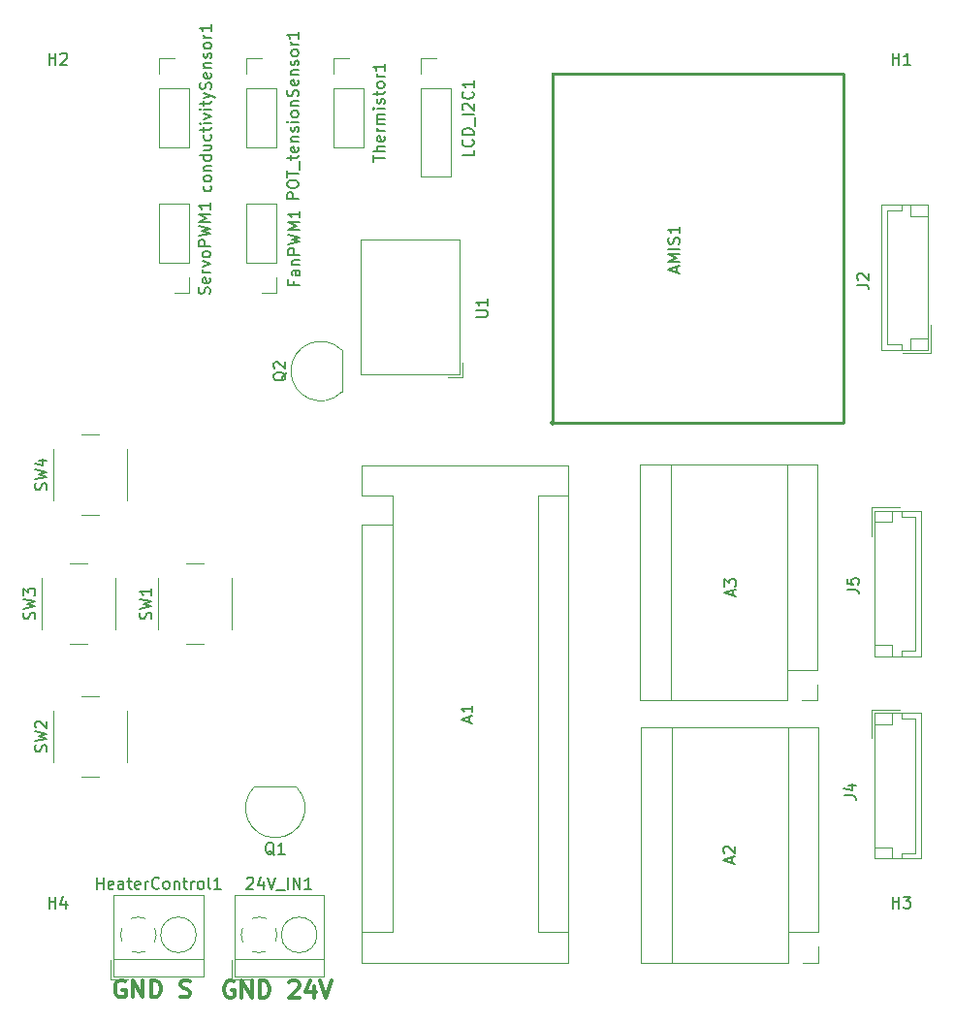
<source format=gbr>
%TF.GenerationSoftware,KiCad,Pcbnew,(5.1.9)-1*%
%TF.CreationDate,2021-11-28T22:55:22-05:00*%
%TF.ProjectId,FilamentFactoryBoard,46696c61-6d65-46e7-9446-6163746f7279,rev?*%
%TF.SameCoordinates,Original*%
%TF.FileFunction,Legend,Top*%
%TF.FilePolarity,Positive*%
%FSLAX46Y46*%
G04 Gerber Fmt 4.6, Leading zero omitted, Abs format (unit mm)*
G04 Created by KiCad (PCBNEW (5.1.9)-1) date 2021-11-28 22:55:22*
%MOMM*%
%LPD*%
G01*
G04 APERTURE LIST*
%ADD10C,0.300000*%
%ADD11C,0.120000*%
%ADD12C,0.225805*%
%ADD13C,0.150000*%
G04 APERTURE END LIST*
D10*
X251585885Y-112280000D02*
X251443028Y-112208571D01*
X251228742Y-112208571D01*
X251014457Y-112280000D01*
X250871600Y-112422857D01*
X250800171Y-112565714D01*
X250728742Y-112851428D01*
X250728742Y-113065714D01*
X250800171Y-113351428D01*
X250871600Y-113494285D01*
X251014457Y-113637142D01*
X251228742Y-113708571D01*
X251371600Y-113708571D01*
X251585885Y-113637142D01*
X251657314Y-113565714D01*
X251657314Y-113065714D01*
X251371600Y-113065714D01*
X252300171Y-113708571D02*
X252300171Y-112208571D01*
X253157314Y-113708571D01*
X253157314Y-112208571D01*
X253871600Y-113708571D02*
X253871600Y-112208571D01*
X254228742Y-112208571D01*
X254443028Y-112280000D01*
X254585885Y-112422857D01*
X254657314Y-112565714D01*
X254728742Y-112851428D01*
X254728742Y-113065714D01*
X254657314Y-113351428D01*
X254585885Y-113494285D01*
X254443028Y-113637142D01*
X254228742Y-113708571D01*
X253871600Y-113708571D01*
X256443028Y-112351428D02*
X256514457Y-112280000D01*
X256657314Y-112208571D01*
X257014457Y-112208571D01*
X257157314Y-112280000D01*
X257228742Y-112351428D01*
X257300171Y-112494285D01*
X257300171Y-112637142D01*
X257228742Y-112851428D01*
X256371600Y-113708571D01*
X257300171Y-113708571D01*
X258585885Y-112708571D02*
X258585885Y-113708571D01*
X258228742Y-112137142D02*
X257871600Y-113208571D01*
X258800171Y-113208571D01*
X259157314Y-112208571D02*
X259657314Y-113708571D01*
X260157314Y-112208571D01*
X242071828Y-112229200D02*
X241928971Y-112157771D01*
X241714685Y-112157771D01*
X241500400Y-112229200D01*
X241357542Y-112372057D01*
X241286114Y-112514914D01*
X241214685Y-112800628D01*
X241214685Y-113014914D01*
X241286114Y-113300628D01*
X241357542Y-113443485D01*
X241500400Y-113586342D01*
X241714685Y-113657771D01*
X241857542Y-113657771D01*
X242071828Y-113586342D01*
X242143257Y-113514914D01*
X242143257Y-113014914D01*
X241857542Y-113014914D01*
X242786114Y-113657771D02*
X242786114Y-112157771D01*
X243643257Y-113657771D01*
X243643257Y-112157771D01*
X244357542Y-113657771D02*
X244357542Y-112157771D01*
X244714685Y-112157771D01*
X244928971Y-112229200D01*
X245071828Y-112372057D01*
X245143257Y-112514914D01*
X245214685Y-112800628D01*
X245214685Y-113014914D01*
X245143257Y-113300628D01*
X245071828Y-113443485D01*
X244928971Y-113586342D01*
X244714685Y-113657771D01*
X244357542Y-113657771D01*
X246928971Y-113586342D02*
X247143257Y-113657771D01*
X247500400Y-113657771D01*
X247643257Y-113586342D01*
X247714685Y-113514914D01*
X247786114Y-113372057D01*
X247786114Y-113229200D01*
X247714685Y-113086342D01*
X247643257Y-113014914D01*
X247500400Y-112943485D01*
X247214685Y-112872057D01*
X247071828Y-112800628D01*
X247000400Y-112729200D01*
X246928971Y-112586342D01*
X246928971Y-112443485D01*
X247000400Y-112300628D01*
X247071828Y-112229200D01*
X247214685Y-112157771D01*
X247571828Y-112157771D01*
X247786114Y-112229200D01*
D11*
%TO.C,Q2*%
X261031600Y-60778800D02*
X261031600Y-57178800D01*
X261020078Y-57140322D02*
G75*
G03*
X256581600Y-58978800I-1838478J-1838478D01*
G01*
X261020078Y-60817278D02*
G75*
G02*
X256581600Y-58978800I-1838478J1838478D01*
G01*
%TO.C,Q1*%
X257019200Y-95279600D02*
X253419200Y-95279600D01*
X253380722Y-95291122D02*
G75*
G03*
X255219200Y-99729600I1838478J-1838478D01*
G01*
X257057678Y-95291122D02*
G75*
G02*
X255219200Y-99729600I-1838478J-1838478D01*
G01*
%TO.C,SW2*%
X242300000Y-93130000D02*
X242300000Y-88630000D01*
X238300000Y-94380000D02*
X239800000Y-94380000D01*
X235800000Y-88630000D02*
X235800000Y-93130000D01*
X239800000Y-87380000D02*
X238300000Y-87380000D01*
%TO.C,A1*%
X265430000Y-72390000D02*
X265430000Y-69850000D01*
X265430000Y-69850000D02*
X262760000Y-69850000D01*
X262760000Y-72390000D02*
X262760000Y-110620000D01*
X262760000Y-67180000D02*
X262760000Y-69850000D01*
X278130000Y-69850000D02*
X280800000Y-69850000D01*
X278130000Y-69850000D02*
X278130000Y-107950000D01*
X278130000Y-107950000D02*
X280800000Y-107950000D01*
X265430000Y-72390000D02*
X262760000Y-72390000D01*
X265430000Y-72390000D02*
X265430000Y-107950000D01*
X265430000Y-107950000D02*
X262760000Y-107950000D01*
X262760000Y-110620000D02*
X280800000Y-110620000D01*
X280800000Y-110620000D02*
X280800000Y-67180000D01*
X280800000Y-67180000D02*
X262760000Y-67180000D01*
%TO.C,AMIS1*%
X279340000Y-32960000D02*
X280670000Y-32960000D01*
X279340000Y-34290000D02*
X279340000Y-32960000D01*
X279340000Y-35560000D02*
X279340000Y-63560000D01*
X279340000Y-63560000D02*
X282000000Y-63560000D01*
D12*
X279490200Y-63504500D02*
G75*
G03*
X279490200Y-63504500I-76200J0D01*
G01*
X279477500Y-63504500D02*
G75*
G03*
X279477500Y-63504500I-63500J0D01*
G01*
X279541000Y-63504500D02*
G75*
G03*
X279541000Y-63504500I-127000J0D01*
G01*
X279414000Y-63504500D02*
X304814000Y-63504500D01*
X304814000Y-63504500D02*
X304814000Y-33024500D01*
X279414000Y-33024500D02*
X304814000Y-33024500D01*
X279414000Y-63504500D02*
X279414000Y-33024500D01*
D11*
%TO.C,HeaterControl1*%
X240861000Y-112104000D02*
X242361000Y-112104000D01*
X240861000Y-110364000D02*
X240861000Y-112104000D01*
X248921000Y-104744000D02*
X248921000Y-111864000D01*
X241101000Y-104744000D02*
X241101000Y-111864000D01*
X241101000Y-111864000D02*
X248921000Y-111864000D01*
X241101000Y-104744000D02*
X248921000Y-104744000D01*
X241101000Y-110304000D02*
X248921000Y-110304000D01*
X248316000Y-108204000D02*
G75*
G03*
X248316000Y-108204000I-1555000J0D01*
G01*
X243288011Y-109759492D02*
G75*
G02*
X242653000Y-109636000I-27011J1555492D01*
G01*
X241828891Y-108811742D02*
G75*
G02*
X241829000Y-107596000I1432109J607742D01*
G01*
X242653258Y-106771891D02*
G75*
G02*
X243869000Y-106772000I607742J-1432109D01*
G01*
X244693109Y-107596258D02*
G75*
G02*
X244693000Y-108812000I-1432109J-607742D01*
G01*
X243868587Y-109635385D02*
G75*
G02*
X243261000Y-109759000I-607587J1431385D01*
G01*
%TO.C,J5*%
X307270000Y-70870000D02*
X307270000Y-73370000D01*
X309770000Y-70870000D02*
X307270000Y-70870000D01*
X309070000Y-82890000D02*
X307570000Y-82890000D01*
X309070000Y-83890000D02*
X309070000Y-82890000D01*
X309070000Y-72170000D02*
X307570000Y-72170000D01*
X309070000Y-71170000D02*
X309070000Y-72170000D01*
X309880000Y-83390000D02*
X309880000Y-83890000D01*
X311090000Y-83390000D02*
X309880000Y-83390000D01*
X311090000Y-71670000D02*
X311090000Y-83390000D01*
X309880000Y-71670000D02*
X311090000Y-71670000D01*
X309880000Y-71170000D02*
X309880000Y-71670000D01*
X311590000Y-83890000D02*
X311590000Y-71170000D01*
X307570000Y-83890000D02*
X311590000Y-83890000D01*
X307570000Y-71170000D02*
X307570000Y-83890000D01*
X311590000Y-71170000D02*
X307570000Y-71170000D01*
%TO.C,24V_IN1*%
X251402000Y-112104000D02*
X252902000Y-112104000D01*
X251402000Y-110364000D02*
X251402000Y-112104000D01*
X259462000Y-104744000D02*
X259462000Y-111864000D01*
X251642000Y-104744000D02*
X251642000Y-111864000D01*
X251642000Y-111864000D02*
X259462000Y-111864000D01*
X251642000Y-104744000D02*
X259462000Y-104744000D01*
X251642000Y-110304000D02*
X259462000Y-110304000D01*
X258857000Y-108204000D02*
G75*
G03*
X258857000Y-108204000I-1555000J0D01*
G01*
X253829011Y-109759492D02*
G75*
G02*
X253194000Y-109636000I-27011J1555492D01*
G01*
X252369891Y-108811742D02*
G75*
G02*
X252370000Y-107596000I1432109J607742D01*
G01*
X253194258Y-106771891D02*
G75*
G02*
X254410000Y-106772000I607742J-1432109D01*
G01*
X255234109Y-107596258D02*
G75*
G02*
X255234000Y-108812000I-1432109J-607742D01*
G01*
X254409587Y-109635385D02*
G75*
G02*
X253802000Y-109759000I-607587J1431385D01*
G01*
%TO.C,J2*%
X312490000Y-57440000D02*
X312490000Y-54940000D01*
X309990000Y-57440000D02*
X312490000Y-57440000D01*
X310690000Y-45420000D02*
X312190000Y-45420000D01*
X310690000Y-44420000D02*
X310690000Y-45420000D01*
X310690000Y-56140000D02*
X312190000Y-56140000D01*
X310690000Y-57140000D02*
X310690000Y-56140000D01*
X309880000Y-44920000D02*
X309880000Y-44420000D01*
X308670000Y-44920000D02*
X309880000Y-44920000D01*
X308670000Y-56640000D02*
X308670000Y-44920000D01*
X309880000Y-56640000D02*
X308670000Y-56640000D01*
X309880000Y-57140000D02*
X309880000Y-56640000D01*
X308170000Y-44420000D02*
X308170000Y-57140000D01*
X312190000Y-44420000D02*
X308170000Y-44420000D01*
X312190000Y-57140000D02*
X312190000Y-44420000D01*
X308170000Y-57140000D02*
X312190000Y-57140000D01*
%TO.C,U1*%
X271540000Y-59491000D02*
X271540000Y-58251000D01*
X270300000Y-59491000D02*
X271540000Y-59491000D01*
X262680000Y-47530000D02*
X271300000Y-47530000D01*
X262680000Y-59251000D02*
X271300000Y-59251000D01*
X271300000Y-59251000D02*
X271300000Y-47530000D01*
X262680000Y-59251000D02*
X262680000Y-47530000D01*
%TO.C,SW4*%
X242300000Y-70270000D02*
X242300000Y-65770000D01*
X238300000Y-71520000D02*
X239800000Y-71520000D01*
X235800000Y-65770000D02*
X235800000Y-70270000D01*
X239800000Y-64520000D02*
X238300000Y-64520000D01*
%TO.C,SW3*%
X241284000Y-81550000D02*
X241284000Y-77050000D01*
X237284000Y-82800000D02*
X238784000Y-82800000D01*
X234784000Y-77050000D02*
X234784000Y-81550000D01*
X238784000Y-75800000D02*
X237284000Y-75800000D01*
%TO.C,SW1*%
X251444000Y-81550000D02*
X251444000Y-77050000D01*
X247444000Y-82800000D02*
X248944000Y-82800000D01*
X244944000Y-77050000D02*
X244944000Y-81550000D01*
X248944000Y-75800000D02*
X247444000Y-75800000D01*
%TO.C,Thermistor1*%
X260290000Y-39430000D02*
X262950000Y-39430000D01*
X260290000Y-34290000D02*
X260290000Y-39430000D01*
X262950000Y-34290000D02*
X262950000Y-39430000D01*
X260290000Y-34290000D02*
X262950000Y-34290000D01*
X260290000Y-33020000D02*
X260290000Y-31690000D01*
X260290000Y-31690000D02*
X261620000Y-31690000D01*
%TO.C,ServoPWM1*%
X247710000Y-44390000D02*
X245050000Y-44390000D01*
X247710000Y-49530000D02*
X247710000Y-44390000D01*
X245050000Y-49530000D02*
X245050000Y-44390000D01*
X247710000Y-49530000D02*
X245050000Y-49530000D01*
X247710000Y-50800000D02*
X247710000Y-52130000D01*
X247710000Y-52130000D02*
X246380000Y-52130000D01*
%TO.C,POT_tensionSensor1*%
X252670000Y-39430000D02*
X255330000Y-39430000D01*
X252670000Y-34290000D02*
X252670000Y-39430000D01*
X255330000Y-34290000D02*
X255330000Y-39430000D01*
X252670000Y-34290000D02*
X255330000Y-34290000D01*
X252670000Y-33020000D02*
X252670000Y-31690000D01*
X252670000Y-31690000D02*
X254000000Y-31690000D01*
%TO.C,LCD_I2C1*%
X267910000Y-41970000D02*
X270570000Y-41970000D01*
X267910000Y-34290000D02*
X267910000Y-41970000D01*
X270570000Y-34290000D02*
X270570000Y-41970000D01*
X267910000Y-34290000D02*
X270570000Y-34290000D01*
X267910000Y-33020000D02*
X267910000Y-31690000D01*
X267910000Y-31690000D02*
X269240000Y-31690000D01*
%TO.C,J4*%
X311590000Y-88830000D02*
X307570000Y-88830000D01*
X307570000Y-88830000D02*
X307570000Y-101550000D01*
X307570000Y-101550000D02*
X311590000Y-101550000D01*
X311590000Y-101550000D02*
X311590000Y-88830000D01*
X309880000Y-88830000D02*
X309880000Y-89330000D01*
X309880000Y-89330000D02*
X311090000Y-89330000D01*
X311090000Y-89330000D02*
X311090000Y-101050000D01*
X311090000Y-101050000D02*
X309880000Y-101050000D01*
X309880000Y-101050000D02*
X309880000Y-101550000D01*
X309070000Y-88830000D02*
X309070000Y-89830000D01*
X309070000Y-89830000D02*
X307570000Y-89830000D01*
X309070000Y-101550000D02*
X309070000Y-100550000D01*
X309070000Y-100550000D02*
X307570000Y-100550000D01*
X309770000Y-88530000D02*
X307270000Y-88530000D01*
X307270000Y-88530000D02*
X307270000Y-91030000D01*
%TO.C,FanPWM1*%
X255330000Y-44390000D02*
X252670000Y-44390000D01*
X255330000Y-49530000D02*
X255330000Y-44390000D01*
X252670000Y-49530000D02*
X252670000Y-44390000D01*
X255330000Y-49530000D02*
X252670000Y-49530000D01*
X255330000Y-50800000D02*
X255330000Y-52130000D01*
X255330000Y-52130000D02*
X254000000Y-52130000D01*
%TO.C,conductivitySensor1*%
X245050000Y-39430000D02*
X247710000Y-39430000D01*
X245050000Y-34290000D02*
X245050000Y-39430000D01*
X247710000Y-34290000D02*
X247710000Y-39430000D01*
X245050000Y-34290000D02*
X247710000Y-34290000D01*
X245050000Y-33020000D02*
X245050000Y-31690000D01*
X245050000Y-31690000D02*
X246380000Y-31690000D01*
%TO.C,A3*%
X289731000Y-87739000D02*
X289731000Y-67159000D01*
X299891000Y-85069000D02*
X299891000Y-67159000D01*
X301161000Y-87739000D02*
X302561000Y-87739000D01*
X302561000Y-87739000D02*
X302561000Y-86339000D01*
X299891000Y-87739000D02*
X299891000Y-85069000D01*
X299891000Y-85069000D02*
X302561000Y-85069000D01*
X302561000Y-85069000D02*
X302561000Y-67159000D01*
X302561000Y-67159000D02*
X287061000Y-67159000D01*
X287061000Y-67159000D02*
X287061000Y-87739000D01*
X287061000Y-87739000D02*
X299891000Y-87739000D01*
%TO.C,A2*%
X289814000Y-110620000D02*
X289814000Y-90040000D01*
X299974000Y-107950000D02*
X299974000Y-90040000D01*
X301244000Y-110620000D02*
X302644000Y-110620000D01*
X302644000Y-110620000D02*
X302644000Y-109220000D01*
X299974000Y-110620000D02*
X299974000Y-107950000D01*
X299974000Y-107950000D02*
X302644000Y-107950000D01*
X302644000Y-107950000D02*
X302644000Y-90040000D01*
X302644000Y-90040000D02*
X287144000Y-90040000D01*
X287144000Y-90040000D02*
X287144000Y-110620000D01*
X287144000Y-110620000D02*
X299974000Y-110620000D01*
%TO.C,Q2*%
D13*
X256169219Y-59074038D02*
X256121600Y-59169276D01*
X256026361Y-59264514D01*
X255883504Y-59407371D01*
X255835885Y-59502609D01*
X255835885Y-59597847D01*
X256073980Y-59550228D02*
X256026361Y-59645466D01*
X255931123Y-59740704D01*
X255740647Y-59788323D01*
X255407314Y-59788323D01*
X255216838Y-59740704D01*
X255121600Y-59645466D01*
X255073980Y-59550228D01*
X255073980Y-59359752D01*
X255121600Y-59264514D01*
X255216838Y-59169276D01*
X255407314Y-59121657D01*
X255740647Y-59121657D01*
X255931123Y-59169276D01*
X256026361Y-59264514D01*
X256073980Y-59359752D01*
X256073980Y-59550228D01*
X255169219Y-58740704D02*
X255121600Y-58693085D01*
X255073980Y-58597847D01*
X255073980Y-58359752D01*
X255121600Y-58264514D01*
X255169219Y-58216895D01*
X255264457Y-58169276D01*
X255359695Y-58169276D01*
X255502552Y-58216895D01*
X256073980Y-58788323D01*
X256073980Y-58169276D01*
%TO.C,Q1*%
X255123961Y-101237219D02*
X255028723Y-101189600D01*
X254933485Y-101094361D01*
X254790628Y-100951504D01*
X254695390Y-100903885D01*
X254600152Y-100903885D01*
X254647771Y-101141980D02*
X254552533Y-101094361D01*
X254457295Y-100999123D01*
X254409676Y-100808647D01*
X254409676Y-100475314D01*
X254457295Y-100284838D01*
X254552533Y-100189600D01*
X254647771Y-100141980D01*
X254838247Y-100141980D01*
X254933485Y-100189600D01*
X255028723Y-100284838D01*
X255076342Y-100475314D01*
X255076342Y-100808647D01*
X255028723Y-100999123D01*
X254933485Y-101094361D01*
X254838247Y-101141980D01*
X254647771Y-101141980D01*
X256028723Y-101141980D02*
X255457295Y-101141980D01*
X255743009Y-101141980D02*
X255743009Y-100141980D01*
X255647771Y-100284838D01*
X255552533Y-100380076D01*
X255457295Y-100427695D01*
%TO.C,SW2*%
X235204761Y-92213333D02*
X235252380Y-92070476D01*
X235252380Y-91832380D01*
X235204761Y-91737142D01*
X235157142Y-91689523D01*
X235061904Y-91641904D01*
X234966666Y-91641904D01*
X234871428Y-91689523D01*
X234823809Y-91737142D01*
X234776190Y-91832380D01*
X234728571Y-92022857D01*
X234680952Y-92118095D01*
X234633333Y-92165714D01*
X234538095Y-92213333D01*
X234442857Y-92213333D01*
X234347619Y-92165714D01*
X234300000Y-92118095D01*
X234252380Y-92022857D01*
X234252380Y-91784761D01*
X234300000Y-91641904D01*
X234252380Y-91308571D02*
X235252380Y-91070476D01*
X234538095Y-90880000D01*
X235252380Y-90689523D01*
X234252380Y-90451428D01*
X234347619Y-90118095D02*
X234300000Y-90070476D01*
X234252380Y-89975238D01*
X234252380Y-89737142D01*
X234300000Y-89641904D01*
X234347619Y-89594285D01*
X234442857Y-89546666D01*
X234538095Y-89546666D01*
X234680952Y-89594285D01*
X235252380Y-90165714D01*
X235252380Y-89546666D01*
%TO.C,A1*%
X272149866Y-89614285D02*
X272149866Y-89138095D01*
X272435580Y-89709523D02*
X271435580Y-89376190D01*
X272435580Y-89042857D01*
X272435580Y-88185714D02*
X272435580Y-88757142D01*
X272435580Y-88471428D02*
X271435580Y-88471428D01*
X271578438Y-88566666D01*
X271673676Y-88661904D01*
X271721295Y-88757142D01*
%TO.C,AMIS1*%
X290234666Y-50361600D02*
X290234666Y-49885409D01*
X290520380Y-50456838D02*
X289520380Y-50123504D01*
X290520380Y-49790171D01*
X290520380Y-49456838D02*
X289520380Y-49456838D01*
X290234666Y-49123504D01*
X289520380Y-48790171D01*
X290520380Y-48790171D01*
X290520380Y-48313980D02*
X289520380Y-48313980D01*
X290472761Y-47885409D02*
X290520380Y-47742552D01*
X290520380Y-47504457D01*
X290472761Y-47409219D01*
X290425142Y-47361600D01*
X290329904Y-47313980D01*
X290234666Y-47313980D01*
X290139428Y-47361600D01*
X290091809Y-47409219D01*
X290044190Y-47504457D01*
X289996571Y-47694933D01*
X289948952Y-47790171D01*
X289901333Y-47837790D01*
X289806095Y-47885409D01*
X289710857Y-47885409D01*
X289615619Y-47837790D01*
X289568000Y-47790171D01*
X289520380Y-47694933D01*
X289520380Y-47456838D01*
X289568000Y-47313980D01*
X290520380Y-46361600D02*
X290520380Y-46933028D01*
X290520380Y-46647314D02*
X289520380Y-46647314D01*
X289663238Y-46742552D01*
X289758476Y-46837790D01*
X289806095Y-46933028D01*
%TO.C,HeaterControl1*%
X239630047Y-104196380D02*
X239630047Y-103196380D01*
X239630047Y-103672571D02*
X240201476Y-103672571D01*
X240201476Y-104196380D02*
X240201476Y-103196380D01*
X241058619Y-104148761D02*
X240963380Y-104196380D01*
X240772904Y-104196380D01*
X240677666Y-104148761D01*
X240630047Y-104053523D01*
X240630047Y-103672571D01*
X240677666Y-103577333D01*
X240772904Y-103529714D01*
X240963380Y-103529714D01*
X241058619Y-103577333D01*
X241106238Y-103672571D01*
X241106238Y-103767809D01*
X240630047Y-103863047D01*
X241963380Y-104196380D02*
X241963380Y-103672571D01*
X241915761Y-103577333D01*
X241820523Y-103529714D01*
X241630047Y-103529714D01*
X241534809Y-103577333D01*
X241963380Y-104148761D02*
X241868142Y-104196380D01*
X241630047Y-104196380D01*
X241534809Y-104148761D01*
X241487190Y-104053523D01*
X241487190Y-103958285D01*
X241534809Y-103863047D01*
X241630047Y-103815428D01*
X241868142Y-103815428D01*
X241963380Y-103767809D01*
X242296714Y-103529714D02*
X242677666Y-103529714D01*
X242439571Y-103196380D02*
X242439571Y-104053523D01*
X242487190Y-104148761D01*
X242582428Y-104196380D01*
X242677666Y-104196380D01*
X243391952Y-104148761D02*
X243296714Y-104196380D01*
X243106238Y-104196380D01*
X243011000Y-104148761D01*
X242963380Y-104053523D01*
X242963380Y-103672571D01*
X243011000Y-103577333D01*
X243106238Y-103529714D01*
X243296714Y-103529714D01*
X243391952Y-103577333D01*
X243439571Y-103672571D01*
X243439571Y-103767809D01*
X242963380Y-103863047D01*
X243868142Y-104196380D02*
X243868142Y-103529714D01*
X243868142Y-103720190D02*
X243915761Y-103624952D01*
X243963380Y-103577333D01*
X244058619Y-103529714D01*
X244153857Y-103529714D01*
X245058619Y-104101142D02*
X245011000Y-104148761D01*
X244868142Y-104196380D01*
X244772904Y-104196380D01*
X244630047Y-104148761D01*
X244534809Y-104053523D01*
X244487190Y-103958285D01*
X244439571Y-103767809D01*
X244439571Y-103624952D01*
X244487190Y-103434476D01*
X244534809Y-103339238D01*
X244630047Y-103244000D01*
X244772904Y-103196380D01*
X244868142Y-103196380D01*
X245011000Y-103244000D01*
X245058619Y-103291619D01*
X245630047Y-104196380D02*
X245534809Y-104148761D01*
X245487190Y-104101142D01*
X245439571Y-104005904D01*
X245439571Y-103720190D01*
X245487190Y-103624952D01*
X245534809Y-103577333D01*
X245630047Y-103529714D01*
X245772904Y-103529714D01*
X245868142Y-103577333D01*
X245915761Y-103624952D01*
X245963380Y-103720190D01*
X245963380Y-104005904D01*
X245915761Y-104101142D01*
X245868142Y-104148761D01*
X245772904Y-104196380D01*
X245630047Y-104196380D01*
X246391952Y-103529714D02*
X246391952Y-104196380D01*
X246391952Y-103624952D02*
X246439571Y-103577333D01*
X246534809Y-103529714D01*
X246677666Y-103529714D01*
X246772904Y-103577333D01*
X246820523Y-103672571D01*
X246820523Y-104196380D01*
X247153857Y-103529714D02*
X247534809Y-103529714D01*
X247296714Y-103196380D02*
X247296714Y-104053523D01*
X247344333Y-104148761D01*
X247439571Y-104196380D01*
X247534809Y-104196380D01*
X247868142Y-104196380D02*
X247868142Y-103529714D01*
X247868142Y-103720190D02*
X247915761Y-103624952D01*
X247963380Y-103577333D01*
X248058619Y-103529714D01*
X248153857Y-103529714D01*
X248630047Y-104196380D02*
X248534809Y-104148761D01*
X248487190Y-104101142D01*
X248439571Y-104005904D01*
X248439571Y-103720190D01*
X248487190Y-103624952D01*
X248534809Y-103577333D01*
X248630047Y-103529714D01*
X248772904Y-103529714D01*
X248868142Y-103577333D01*
X248915761Y-103624952D01*
X248963380Y-103720190D01*
X248963380Y-104005904D01*
X248915761Y-104101142D01*
X248868142Y-104148761D01*
X248772904Y-104196380D01*
X248630047Y-104196380D01*
X249534809Y-104196380D02*
X249439571Y-104148761D01*
X249391952Y-104053523D01*
X249391952Y-103196380D01*
X250439571Y-104196380D02*
X249868142Y-104196380D01*
X250153857Y-104196380D02*
X250153857Y-103196380D01*
X250058619Y-103339238D01*
X249963380Y-103434476D01*
X249868142Y-103482095D01*
%TO.C,J5*%
X305166780Y-78057333D02*
X305881066Y-78057333D01*
X306023923Y-78104952D01*
X306119161Y-78200190D01*
X306166780Y-78343047D01*
X306166780Y-78438285D01*
X305166780Y-77104952D02*
X305166780Y-77581142D01*
X305642971Y-77628761D01*
X305595352Y-77581142D01*
X305547733Y-77485904D01*
X305547733Y-77247809D01*
X305595352Y-77152571D01*
X305642971Y-77104952D01*
X305738209Y-77057333D01*
X305976304Y-77057333D01*
X306071542Y-77104952D01*
X306119161Y-77152571D01*
X306166780Y-77247809D01*
X306166780Y-77485904D01*
X306119161Y-77581142D01*
X306071542Y-77628761D01*
%TO.C,24V_IN1*%
X252742476Y-103291619D02*
X252790095Y-103244000D01*
X252885333Y-103196380D01*
X253123428Y-103196380D01*
X253218666Y-103244000D01*
X253266285Y-103291619D01*
X253313904Y-103386857D01*
X253313904Y-103482095D01*
X253266285Y-103624952D01*
X252694857Y-104196380D01*
X253313904Y-104196380D01*
X254171047Y-103529714D02*
X254171047Y-104196380D01*
X253932952Y-103148761D02*
X253694857Y-103863047D01*
X254313904Y-103863047D01*
X254552000Y-103196380D02*
X254885333Y-104196380D01*
X255218666Y-103196380D01*
X255313904Y-104291619D02*
X256075809Y-104291619D01*
X256313904Y-104196380D02*
X256313904Y-103196380D01*
X256790095Y-104196380D02*
X256790095Y-103196380D01*
X257361523Y-104196380D01*
X257361523Y-103196380D01*
X258361523Y-104196380D02*
X257790095Y-104196380D01*
X258075809Y-104196380D02*
X258075809Y-103196380D01*
X257980571Y-103339238D01*
X257885333Y-103434476D01*
X257790095Y-103482095D01*
%TO.C,J2*%
X306030380Y-51438133D02*
X306744666Y-51438133D01*
X306887523Y-51485752D01*
X306982761Y-51580990D01*
X307030380Y-51723847D01*
X307030380Y-51819085D01*
X306125619Y-51009561D02*
X306078000Y-50961942D01*
X306030380Y-50866704D01*
X306030380Y-50628609D01*
X306078000Y-50533371D01*
X306125619Y-50485752D01*
X306220857Y-50438133D01*
X306316095Y-50438133D01*
X306458952Y-50485752D01*
X307030380Y-51057180D01*
X307030380Y-50438133D01*
%TO.C,U1*%
X272756380Y-54254304D02*
X273565904Y-54254304D01*
X273661142Y-54206685D01*
X273708761Y-54159066D01*
X273756380Y-54063828D01*
X273756380Y-53873352D01*
X273708761Y-53778114D01*
X273661142Y-53730495D01*
X273565904Y-53682876D01*
X272756380Y-53682876D01*
X273756380Y-52682876D02*
X273756380Y-53254304D01*
X273756380Y-52968590D02*
X272756380Y-52968590D01*
X272899238Y-53063828D01*
X272994476Y-53159066D01*
X273042095Y-53254304D01*
%TO.C,SW4*%
X235204761Y-69353333D02*
X235252380Y-69210476D01*
X235252380Y-68972380D01*
X235204761Y-68877142D01*
X235157142Y-68829523D01*
X235061904Y-68781904D01*
X234966666Y-68781904D01*
X234871428Y-68829523D01*
X234823809Y-68877142D01*
X234776190Y-68972380D01*
X234728571Y-69162857D01*
X234680952Y-69258095D01*
X234633333Y-69305714D01*
X234538095Y-69353333D01*
X234442857Y-69353333D01*
X234347619Y-69305714D01*
X234300000Y-69258095D01*
X234252380Y-69162857D01*
X234252380Y-68924761D01*
X234300000Y-68781904D01*
X234252380Y-68448571D02*
X235252380Y-68210476D01*
X234538095Y-68020000D01*
X235252380Y-67829523D01*
X234252380Y-67591428D01*
X234585714Y-66781904D02*
X235252380Y-66781904D01*
X234204761Y-67020000D02*
X234919047Y-67258095D01*
X234919047Y-66639047D01*
%TO.C,SW3*%
X234188761Y-80633333D02*
X234236380Y-80490476D01*
X234236380Y-80252380D01*
X234188761Y-80157142D01*
X234141142Y-80109523D01*
X234045904Y-80061904D01*
X233950666Y-80061904D01*
X233855428Y-80109523D01*
X233807809Y-80157142D01*
X233760190Y-80252380D01*
X233712571Y-80442857D01*
X233664952Y-80538095D01*
X233617333Y-80585714D01*
X233522095Y-80633333D01*
X233426857Y-80633333D01*
X233331619Y-80585714D01*
X233284000Y-80538095D01*
X233236380Y-80442857D01*
X233236380Y-80204761D01*
X233284000Y-80061904D01*
X233236380Y-79728571D02*
X234236380Y-79490476D01*
X233522095Y-79300000D01*
X234236380Y-79109523D01*
X233236380Y-78871428D01*
X233236380Y-78585714D02*
X233236380Y-77966666D01*
X233617333Y-78300000D01*
X233617333Y-78157142D01*
X233664952Y-78061904D01*
X233712571Y-78014285D01*
X233807809Y-77966666D01*
X234045904Y-77966666D01*
X234141142Y-78014285D01*
X234188761Y-78061904D01*
X234236380Y-78157142D01*
X234236380Y-78442857D01*
X234188761Y-78538095D01*
X234141142Y-78585714D01*
%TO.C,SW1*%
X244348761Y-80633333D02*
X244396380Y-80490476D01*
X244396380Y-80252380D01*
X244348761Y-80157142D01*
X244301142Y-80109523D01*
X244205904Y-80061904D01*
X244110666Y-80061904D01*
X244015428Y-80109523D01*
X243967809Y-80157142D01*
X243920190Y-80252380D01*
X243872571Y-80442857D01*
X243824952Y-80538095D01*
X243777333Y-80585714D01*
X243682095Y-80633333D01*
X243586857Y-80633333D01*
X243491619Y-80585714D01*
X243444000Y-80538095D01*
X243396380Y-80442857D01*
X243396380Y-80204761D01*
X243444000Y-80061904D01*
X243396380Y-79728571D02*
X244396380Y-79490476D01*
X243682095Y-79300000D01*
X244396380Y-79109523D01*
X243396380Y-78871428D01*
X244396380Y-77966666D02*
X244396380Y-78538095D01*
X244396380Y-78252380D02*
X243396380Y-78252380D01*
X243539238Y-78347619D01*
X243634476Y-78442857D01*
X243682095Y-78538095D01*
%TO.C,Thermistor1*%
X263764780Y-40682323D02*
X263764780Y-40110895D01*
X264764780Y-40396609D02*
X263764780Y-40396609D01*
X264764780Y-39777561D02*
X263764780Y-39777561D01*
X264764780Y-39348990D02*
X264240971Y-39348990D01*
X264145733Y-39396609D01*
X264098114Y-39491847D01*
X264098114Y-39634704D01*
X264145733Y-39729942D01*
X264193352Y-39777561D01*
X264717161Y-38491847D02*
X264764780Y-38587085D01*
X264764780Y-38777561D01*
X264717161Y-38872800D01*
X264621923Y-38920419D01*
X264240971Y-38920419D01*
X264145733Y-38872800D01*
X264098114Y-38777561D01*
X264098114Y-38587085D01*
X264145733Y-38491847D01*
X264240971Y-38444228D01*
X264336209Y-38444228D01*
X264431447Y-38920419D01*
X264764780Y-38015657D02*
X264098114Y-38015657D01*
X264288590Y-38015657D02*
X264193352Y-37968038D01*
X264145733Y-37920419D01*
X264098114Y-37825180D01*
X264098114Y-37729942D01*
X264764780Y-37396609D02*
X264098114Y-37396609D01*
X264193352Y-37396609D02*
X264145733Y-37348990D01*
X264098114Y-37253752D01*
X264098114Y-37110895D01*
X264145733Y-37015657D01*
X264240971Y-36968038D01*
X264764780Y-36968038D01*
X264240971Y-36968038D02*
X264145733Y-36920419D01*
X264098114Y-36825180D01*
X264098114Y-36682323D01*
X264145733Y-36587085D01*
X264240971Y-36539466D01*
X264764780Y-36539466D01*
X264764780Y-36063276D02*
X264098114Y-36063276D01*
X263764780Y-36063276D02*
X263812400Y-36110895D01*
X263860019Y-36063276D01*
X263812400Y-36015657D01*
X263764780Y-36063276D01*
X263860019Y-36063276D01*
X264717161Y-35634704D02*
X264764780Y-35539466D01*
X264764780Y-35348990D01*
X264717161Y-35253752D01*
X264621923Y-35206133D01*
X264574304Y-35206133D01*
X264479066Y-35253752D01*
X264431447Y-35348990D01*
X264431447Y-35491847D01*
X264383828Y-35587085D01*
X264288590Y-35634704D01*
X264240971Y-35634704D01*
X264145733Y-35587085D01*
X264098114Y-35491847D01*
X264098114Y-35348990D01*
X264145733Y-35253752D01*
X264098114Y-34920419D02*
X264098114Y-34539466D01*
X263764780Y-34777561D02*
X264621923Y-34777561D01*
X264717161Y-34729942D01*
X264764780Y-34634704D01*
X264764780Y-34539466D01*
X264764780Y-34063276D02*
X264717161Y-34158514D01*
X264669542Y-34206133D01*
X264574304Y-34253752D01*
X264288590Y-34253752D01*
X264193352Y-34206133D01*
X264145733Y-34158514D01*
X264098114Y-34063276D01*
X264098114Y-33920419D01*
X264145733Y-33825180D01*
X264193352Y-33777561D01*
X264288590Y-33729942D01*
X264574304Y-33729942D01*
X264669542Y-33777561D01*
X264717161Y-33825180D01*
X264764780Y-33920419D01*
X264764780Y-34063276D01*
X264764780Y-33301371D02*
X264098114Y-33301371D01*
X264288590Y-33301371D02*
X264193352Y-33253752D01*
X264145733Y-33206133D01*
X264098114Y-33110895D01*
X264098114Y-33015657D01*
X264764780Y-32158514D02*
X264764780Y-32729942D01*
X264764780Y-32444228D02*
X263764780Y-32444228D01*
X263907638Y-32539466D01*
X264002876Y-32634704D01*
X264050495Y-32729942D01*
%TO.C,ServoPWM1*%
X249477161Y-52236190D02*
X249524780Y-52093333D01*
X249524780Y-51855238D01*
X249477161Y-51760000D01*
X249429542Y-51712380D01*
X249334304Y-51664761D01*
X249239066Y-51664761D01*
X249143828Y-51712380D01*
X249096209Y-51760000D01*
X249048590Y-51855238D01*
X249000971Y-52045714D01*
X248953352Y-52140952D01*
X248905733Y-52188571D01*
X248810495Y-52236190D01*
X248715257Y-52236190D01*
X248620019Y-52188571D01*
X248572400Y-52140952D01*
X248524780Y-52045714D01*
X248524780Y-51807619D01*
X248572400Y-51664761D01*
X249477161Y-50855238D02*
X249524780Y-50950476D01*
X249524780Y-51140952D01*
X249477161Y-51236190D01*
X249381923Y-51283809D01*
X249000971Y-51283809D01*
X248905733Y-51236190D01*
X248858114Y-51140952D01*
X248858114Y-50950476D01*
X248905733Y-50855238D01*
X249000971Y-50807619D01*
X249096209Y-50807619D01*
X249191447Y-51283809D01*
X249524780Y-50379047D02*
X248858114Y-50379047D01*
X249048590Y-50379047D02*
X248953352Y-50331428D01*
X248905733Y-50283809D01*
X248858114Y-50188571D01*
X248858114Y-50093333D01*
X248858114Y-49855238D02*
X249524780Y-49617142D01*
X248858114Y-49379047D01*
X249524780Y-48855238D02*
X249477161Y-48950476D01*
X249429542Y-48998095D01*
X249334304Y-49045714D01*
X249048590Y-49045714D01*
X248953352Y-48998095D01*
X248905733Y-48950476D01*
X248858114Y-48855238D01*
X248858114Y-48712380D01*
X248905733Y-48617142D01*
X248953352Y-48569523D01*
X249048590Y-48521904D01*
X249334304Y-48521904D01*
X249429542Y-48569523D01*
X249477161Y-48617142D01*
X249524780Y-48712380D01*
X249524780Y-48855238D01*
X249524780Y-48093333D02*
X248524780Y-48093333D01*
X248524780Y-47712380D01*
X248572400Y-47617142D01*
X248620019Y-47569523D01*
X248715257Y-47521904D01*
X248858114Y-47521904D01*
X248953352Y-47569523D01*
X249000971Y-47617142D01*
X249048590Y-47712380D01*
X249048590Y-48093333D01*
X248524780Y-47188571D02*
X249524780Y-46950476D01*
X248810495Y-46760000D01*
X249524780Y-46569523D01*
X248524780Y-46331428D01*
X249524780Y-45950476D02*
X248524780Y-45950476D01*
X249239066Y-45617142D01*
X248524780Y-45283809D01*
X249524780Y-45283809D01*
X249524780Y-44283809D02*
X249524780Y-44855238D01*
X249524780Y-44569523D02*
X248524780Y-44569523D01*
X248667638Y-44664761D01*
X248762876Y-44760000D01*
X248810495Y-44855238D01*
%TO.C,POT_tensionSensor1*%
X257246380Y-43939504D02*
X256246380Y-43939504D01*
X256246380Y-43558552D01*
X256294000Y-43463314D01*
X256341619Y-43415695D01*
X256436857Y-43368076D01*
X256579714Y-43368076D01*
X256674952Y-43415695D01*
X256722571Y-43463314D01*
X256770190Y-43558552D01*
X256770190Y-43939504D01*
X256246380Y-42749028D02*
X256246380Y-42558552D01*
X256294000Y-42463314D01*
X256389238Y-42368076D01*
X256579714Y-42320457D01*
X256913047Y-42320457D01*
X257103523Y-42368076D01*
X257198761Y-42463314D01*
X257246380Y-42558552D01*
X257246380Y-42749028D01*
X257198761Y-42844266D01*
X257103523Y-42939504D01*
X256913047Y-42987123D01*
X256579714Y-42987123D01*
X256389238Y-42939504D01*
X256294000Y-42844266D01*
X256246380Y-42749028D01*
X256246380Y-42034742D02*
X256246380Y-41463314D01*
X257246380Y-41749028D02*
X256246380Y-41749028D01*
X257341619Y-41368076D02*
X257341619Y-40606171D01*
X256579714Y-40510933D02*
X256579714Y-40129980D01*
X256246380Y-40368076D02*
X257103523Y-40368076D01*
X257198761Y-40320457D01*
X257246380Y-40225219D01*
X257246380Y-40129980D01*
X257198761Y-39415695D02*
X257246380Y-39510933D01*
X257246380Y-39701409D01*
X257198761Y-39796647D01*
X257103523Y-39844266D01*
X256722571Y-39844266D01*
X256627333Y-39796647D01*
X256579714Y-39701409D01*
X256579714Y-39510933D01*
X256627333Y-39415695D01*
X256722571Y-39368076D01*
X256817809Y-39368076D01*
X256913047Y-39844266D01*
X256579714Y-38939504D02*
X257246380Y-38939504D01*
X256674952Y-38939504D02*
X256627333Y-38891885D01*
X256579714Y-38796647D01*
X256579714Y-38653790D01*
X256627333Y-38558552D01*
X256722571Y-38510933D01*
X257246380Y-38510933D01*
X257198761Y-38082361D02*
X257246380Y-37987123D01*
X257246380Y-37796647D01*
X257198761Y-37701409D01*
X257103523Y-37653790D01*
X257055904Y-37653790D01*
X256960666Y-37701409D01*
X256913047Y-37796647D01*
X256913047Y-37939504D01*
X256865428Y-38034742D01*
X256770190Y-38082361D01*
X256722571Y-38082361D01*
X256627333Y-38034742D01*
X256579714Y-37939504D01*
X256579714Y-37796647D01*
X256627333Y-37701409D01*
X257246380Y-37225219D02*
X256579714Y-37225219D01*
X256246380Y-37225219D02*
X256294000Y-37272838D01*
X256341619Y-37225219D01*
X256294000Y-37177600D01*
X256246380Y-37225219D01*
X256341619Y-37225219D01*
X257246380Y-36606171D02*
X257198761Y-36701409D01*
X257151142Y-36749028D01*
X257055904Y-36796647D01*
X256770190Y-36796647D01*
X256674952Y-36749028D01*
X256627333Y-36701409D01*
X256579714Y-36606171D01*
X256579714Y-36463314D01*
X256627333Y-36368076D01*
X256674952Y-36320457D01*
X256770190Y-36272838D01*
X257055904Y-36272838D01*
X257151142Y-36320457D01*
X257198761Y-36368076D01*
X257246380Y-36463314D01*
X257246380Y-36606171D01*
X256579714Y-35844266D02*
X257246380Y-35844266D01*
X256674952Y-35844266D02*
X256627333Y-35796647D01*
X256579714Y-35701409D01*
X256579714Y-35558552D01*
X256627333Y-35463314D01*
X256722571Y-35415695D01*
X257246380Y-35415695D01*
X257198761Y-34987123D02*
X257246380Y-34844266D01*
X257246380Y-34606171D01*
X257198761Y-34510933D01*
X257151142Y-34463314D01*
X257055904Y-34415695D01*
X256960666Y-34415695D01*
X256865428Y-34463314D01*
X256817809Y-34510933D01*
X256770190Y-34606171D01*
X256722571Y-34796647D01*
X256674952Y-34891885D01*
X256627333Y-34939504D01*
X256532095Y-34987123D01*
X256436857Y-34987123D01*
X256341619Y-34939504D01*
X256294000Y-34891885D01*
X256246380Y-34796647D01*
X256246380Y-34558552D01*
X256294000Y-34415695D01*
X257198761Y-33606171D02*
X257246380Y-33701409D01*
X257246380Y-33891885D01*
X257198761Y-33987123D01*
X257103523Y-34034742D01*
X256722571Y-34034742D01*
X256627333Y-33987123D01*
X256579714Y-33891885D01*
X256579714Y-33701409D01*
X256627333Y-33606171D01*
X256722571Y-33558552D01*
X256817809Y-33558552D01*
X256913047Y-34034742D01*
X256579714Y-33129980D02*
X257246380Y-33129980D01*
X256674952Y-33129980D02*
X256627333Y-33082361D01*
X256579714Y-32987123D01*
X256579714Y-32844266D01*
X256627333Y-32749028D01*
X256722571Y-32701409D01*
X257246380Y-32701409D01*
X257198761Y-32272838D02*
X257246380Y-32177600D01*
X257246380Y-31987123D01*
X257198761Y-31891885D01*
X257103523Y-31844266D01*
X257055904Y-31844266D01*
X256960666Y-31891885D01*
X256913047Y-31987123D01*
X256913047Y-32129980D01*
X256865428Y-32225219D01*
X256770190Y-32272838D01*
X256722571Y-32272838D01*
X256627333Y-32225219D01*
X256579714Y-32129980D01*
X256579714Y-31987123D01*
X256627333Y-31891885D01*
X257246380Y-31272838D02*
X257198761Y-31368076D01*
X257151142Y-31415695D01*
X257055904Y-31463314D01*
X256770190Y-31463314D01*
X256674952Y-31415695D01*
X256627333Y-31368076D01*
X256579714Y-31272838D01*
X256579714Y-31129980D01*
X256627333Y-31034742D01*
X256674952Y-30987123D01*
X256770190Y-30939504D01*
X257055904Y-30939504D01*
X257151142Y-30987123D01*
X257198761Y-31034742D01*
X257246380Y-31129980D01*
X257246380Y-31272838D01*
X257246380Y-30510933D02*
X256579714Y-30510933D01*
X256770190Y-30510933D02*
X256674952Y-30463314D01*
X256627333Y-30415695D01*
X256579714Y-30320457D01*
X256579714Y-30225219D01*
X257246380Y-29368076D02*
X257246380Y-29939504D01*
X257246380Y-29653790D02*
X256246380Y-29653790D01*
X256389238Y-29749028D01*
X256484476Y-29844266D01*
X256532095Y-29939504D01*
%TO.C,LCD_I2C1*%
X272537180Y-39693504D02*
X272537180Y-40169695D01*
X271537180Y-40169695D01*
X272441942Y-38788742D02*
X272489561Y-38836361D01*
X272537180Y-38979219D01*
X272537180Y-39074457D01*
X272489561Y-39217314D01*
X272394323Y-39312552D01*
X272299085Y-39360171D01*
X272108609Y-39407790D01*
X271965752Y-39407790D01*
X271775276Y-39360171D01*
X271680038Y-39312552D01*
X271584800Y-39217314D01*
X271537180Y-39074457D01*
X271537180Y-38979219D01*
X271584800Y-38836361D01*
X271632419Y-38788742D01*
X272537180Y-38360171D02*
X271537180Y-38360171D01*
X271537180Y-38122076D01*
X271584800Y-37979219D01*
X271680038Y-37883980D01*
X271775276Y-37836361D01*
X271965752Y-37788742D01*
X272108609Y-37788742D01*
X272299085Y-37836361D01*
X272394323Y-37883980D01*
X272489561Y-37979219D01*
X272537180Y-38122076D01*
X272537180Y-38360171D01*
X272632419Y-37598266D02*
X272632419Y-36836361D01*
X272537180Y-36598266D02*
X271537180Y-36598266D01*
X271632419Y-36169695D02*
X271584800Y-36122076D01*
X271537180Y-36026838D01*
X271537180Y-35788742D01*
X271584800Y-35693504D01*
X271632419Y-35645885D01*
X271727657Y-35598266D01*
X271822895Y-35598266D01*
X271965752Y-35645885D01*
X272537180Y-36217314D01*
X272537180Y-35598266D01*
X272441942Y-34598266D02*
X272489561Y-34645885D01*
X272537180Y-34788742D01*
X272537180Y-34883980D01*
X272489561Y-35026838D01*
X272394323Y-35122076D01*
X272299085Y-35169695D01*
X272108609Y-35217314D01*
X271965752Y-35217314D01*
X271775276Y-35169695D01*
X271680038Y-35122076D01*
X271584800Y-35026838D01*
X271537180Y-34883980D01*
X271537180Y-34788742D01*
X271584800Y-34645885D01*
X271632419Y-34598266D01*
X272537180Y-33645885D02*
X272537180Y-34217314D01*
X272537180Y-33931600D02*
X271537180Y-33931600D01*
X271680038Y-34026838D01*
X271775276Y-34122076D01*
X271822895Y-34217314D01*
%TO.C,J4*%
X304912780Y-96040533D02*
X305627066Y-96040533D01*
X305769923Y-96088152D01*
X305865161Y-96183390D01*
X305912780Y-96326247D01*
X305912780Y-96421485D01*
X305246114Y-95135771D02*
X305912780Y-95135771D01*
X304865161Y-95373866D02*
X305579447Y-95611961D01*
X305579447Y-94992914D01*
%TO.C,H4*%
X235458095Y-105872380D02*
X235458095Y-104872380D01*
X235458095Y-105348571D02*
X236029523Y-105348571D01*
X236029523Y-105872380D02*
X236029523Y-104872380D01*
X236934285Y-105205714D02*
X236934285Y-105872380D01*
X236696190Y-104824761D02*
X236458095Y-105539047D01*
X237077142Y-105539047D01*
%TO.C,H3*%
X309118095Y-105872380D02*
X309118095Y-104872380D01*
X309118095Y-105348571D02*
X309689523Y-105348571D01*
X309689523Y-105872380D02*
X309689523Y-104872380D01*
X310070476Y-104872380D02*
X310689523Y-104872380D01*
X310356190Y-105253333D01*
X310499047Y-105253333D01*
X310594285Y-105300952D01*
X310641904Y-105348571D01*
X310689523Y-105443809D01*
X310689523Y-105681904D01*
X310641904Y-105777142D01*
X310594285Y-105824761D01*
X310499047Y-105872380D01*
X310213333Y-105872380D01*
X310118095Y-105824761D01*
X310070476Y-105777142D01*
%TO.C,H2*%
X235458095Y-32212380D02*
X235458095Y-31212380D01*
X235458095Y-31688571D02*
X236029523Y-31688571D01*
X236029523Y-32212380D02*
X236029523Y-31212380D01*
X236458095Y-31307619D02*
X236505714Y-31260000D01*
X236600952Y-31212380D01*
X236839047Y-31212380D01*
X236934285Y-31260000D01*
X236981904Y-31307619D01*
X237029523Y-31402857D01*
X237029523Y-31498095D01*
X236981904Y-31640952D01*
X236410476Y-32212380D01*
X237029523Y-32212380D01*
%TO.C,H1*%
X309118095Y-32212380D02*
X309118095Y-31212380D01*
X309118095Y-31688571D02*
X309689523Y-31688571D01*
X309689523Y-32212380D02*
X309689523Y-31212380D01*
X310689523Y-32212380D02*
X310118095Y-32212380D01*
X310403809Y-32212380D02*
X310403809Y-31212380D01*
X310308571Y-31355238D01*
X310213333Y-31450476D01*
X310118095Y-31498095D01*
%TO.C,FanPWM1*%
X256824171Y-51140952D02*
X256824171Y-51474285D01*
X257347980Y-51474285D02*
X256347980Y-51474285D01*
X256347980Y-50998095D01*
X257347980Y-50188571D02*
X256824171Y-50188571D01*
X256728933Y-50236190D01*
X256681314Y-50331428D01*
X256681314Y-50521904D01*
X256728933Y-50617142D01*
X257300361Y-50188571D02*
X257347980Y-50283809D01*
X257347980Y-50521904D01*
X257300361Y-50617142D01*
X257205123Y-50664761D01*
X257109885Y-50664761D01*
X257014647Y-50617142D01*
X256967028Y-50521904D01*
X256967028Y-50283809D01*
X256919409Y-50188571D01*
X256681314Y-49712380D02*
X257347980Y-49712380D01*
X256776552Y-49712380D02*
X256728933Y-49664761D01*
X256681314Y-49569523D01*
X256681314Y-49426666D01*
X256728933Y-49331428D01*
X256824171Y-49283809D01*
X257347980Y-49283809D01*
X257347980Y-48807619D02*
X256347980Y-48807619D01*
X256347980Y-48426666D01*
X256395600Y-48331428D01*
X256443219Y-48283809D01*
X256538457Y-48236190D01*
X256681314Y-48236190D01*
X256776552Y-48283809D01*
X256824171Y-48331428D01*
X256871790Y-48426666D01*
X256871790Y-48807619D01*
X256347980Y-47902857D02*
X257347980Y-47664761D01*
X256633695Y-47474285D01*
X257347980Y-47283809D01*
X256347980Y-47045714D01*
X257347980Y-46664761D02*
X256347980Y-46664761D01*
X257062266Y-46331428D01*
X256347980Y-45998095D01*
X257347980Y-45998095D01*
X257347980Y-44998095D02*
X257347980Y-45569523D01*
X257347980Y-45283809D02*
X256347980Y-45283809D01*
X256490838Y-45379047D01*
X256586076Y-45474285D01*
X256633695Y-45569523D01*
%TO.C,conductivitySensor1*%
X249578761Y-42826723D02*
X249626380Y-42921961D01*
X249626380Y-43112438D01*
X249578761Y-43207676D01*
X249531142Y-43255295D01*
X249435904Y-43302914D01*
X249150190Y-43302914D01*
X249054952Y-43255295D01*
X249007333Y-43207676D01*
X248959714Y-43112438D01*
X248959714Y-42921961D01*
X249007333Y-42826723D01*
X249626380Y-42255295D02*
X249578761Y-42350533D01*
X249531142Y-42398152D01*
X249435904Y-42445771D01*
X249150190Y-42445771D01*
X249054952Y-42398152D01*
X249007333Y-42350533D01*
X248959714Y-42255295D01*
X248959714Y-42112438D01*
X249007333Y-42017200D01*
X249054952Y-41969580D01*
X249150190Y-41921961D01*
X249435904Y-41921961D01*
X249531142Y-41969580D01*
X249578761Y-42017200D01*
X249626380Y-42112438D01*
X249626380Y-42255295D01*
X248959714Y-41493390D02*
X249626380Y-41493390D01*
X249054952Y-41493390D02*
X249007333Y-41445771D01*
X248959714Y-41350533D01*
X248959714Y-41207676D01*
X249007333Y-41112438D01*
X249102571Y-41064819D01*
X249626380Y-41064819D01*
X249626380Y-40160057D02*
X248626380Y-40160057D01*
X249578761Y-40160057D02*
X249626380Y-40255295D01*
X249626380Y-40445771D01*
X249578761Y-40541009D01*
X249531142Y-40588628D01*
X249435904Y-40636247D01*
X249150190Y-40636247D01*
X249054952Y-40588628D01*
X249007333Y-40541009D01*
X248959714Y-40445771D01*
X248959714Y-40255295D01*
X249007333Y-40160057D01*
X248959714Y-39255295D02*
X249626380Y-39255295D01*
X248959714Y-39683866D02*
X249483523Y-39683866D01*
X249578761Y-39636247D01*
X249626380Y-39541009D01*
X249626380Y-39398152D01*
X249578761Y-39302914D01*
X249531142Y-39255295D01*
X249578761Y-38350533D02*
X249626380Y-38445771D01*
X249626380Y-38636247D01*
X249578761Y-38731485D01*
X249531142Y-38779104D01*
X249435904Y-38826723D01*
X249150190Y-38826723D01*
X249054952Y-38779104D01*
X249007333Y-38731485D01*
X248959714Y-38636247D01*
X248959714Y-38445771D01*
X249007333Y-38350533D01*
X248959714Y-38064819D02*
X248959714Y-37683866D01*
X248626380Y-37921961D02*
X249483523Y-37921961D01*
X249578761Y-37874342D01*
X249626380Y-37779104D01*
X249626380Y-37683866D01*
X249626380Y-37350533D02*
X248959714Y-37350533D01*
X248626380Y-37350533D02*
X248674000Y-37398152D01*
X248721619Y-37350533D01*
X248674000Y-37302914D01*
X248626380Y-37350533D01*
X248721619Y-37350533D01*
X248959714Y-36969580D02*
X249626380Y-36731485D01*
X248959714Y-36493390D01*
X249626380Y-36112438D02*
X248959714Y-36112438D01*
X248626380Y-36112438D02*
X248674000Y-36160057D01*
X248721619Y-36112438D01*
X248674000Y-36064819D01*
X248626380Y-36112438D01*
X248721619Y-36112438D01*
X248959714Y-35779104D02*
X248959714Y-35398152D01*
X248626380Y-35636247D02*
X249483523Y-35636247D01*
X249578761Y-35588628D01*
X249626380Y-35493390D01*
X249626380Y-35398152D01*
X248959714Y-35160057D02*
X249626380Y-34921961D01*
X248959714Y-34683866D02*
X249626380Y-34921961D01*
X249864476Y-35017200D01*
X249912095Y-35064819D01*
X249959714Y-35160057D01*
X249578761Y-34350533D02*
X249626380Y-34207676D01*
X249626380Y-33969580D01*
X249578761Y-33874342D01*
X249531142Y-33826723D01*
X249435904Y-33779104D01*
X249340666Y-33779104D01*
X249245428Y-33826723D01*
X249197809Y-33874342D01*
X249150190Y-33969580D01*
X249102571Y-34160057D01*
X249054952Y-34255295D01*
X249007333Y-34302914D01*
X248912095Y-34350533D01*
X248816857Y-34350533D01*
X248721619Y-34302914D01*
X248674000Y-34255295D01*
X248626380Y-34160057D01*
X248626380Y-33921961D01*
X248674000Y-33779104D01*
X249578761Y-32969580D02*
X249626380Y-33064819D01*
X249626380Y-33255295D01*
X249578761Y-33350533D01*
X249483523Y-33398152D01*
X249102571Y-33398152D01*
X249007333Y-33350533D01*
X248959714Y-33255295D01*
X248959714Y-33064819D01*
X249007333Y-32969580D01*
X249102571Y-32921961D01*
X249197809Y-32921961D01*
X249293047Y-33398152D01*
X248959714Y-32493390D02*
X249626380Y-32493390D01*
X249054952Y-32493390D02*
X249007333Y-32445771D01*
X248959714Y-32350533D01*
X248959714Y-32207676D01*
X249007333Y-32112438D01*
X249102571Y-32064819D01*
X249626380Y-32064819D01*
X249578761Y-31636247D02*
X249626380Y-31541009D01*
X249626380Y-31350533D01*
X249578761Y-31255295D01*
X249483523Y-31207676D01*
X249435904Y-31207676D01*
X249340666Y-31255295D01*
X249293047Y-31350533D01*
X249293047Y-31493390D01*
X249245428Y-31588628D01*
X249150190Y-31636247D01*
X249102571Y-31636247D01*
X249007333Y-31588628D01*
X248959714Y-31493390D01*
X248959714Y-31350533D01*
X249007333Y-31255295D01*
X249626380Y-30636247D02*
X249578761Y-30731485D01*
X249531142Y-30779104D01*
X249435904Y-30826723D01*
X249150190Y-30826723D01*
X249054952Y-30779104D01*
X249007333Y-30731485D01*
X248959714Y-30636247D01*
X248959714Y-30493390D01*
X249007333Y-30398152D01*
X249054952Y-30350533D01*
X249150190Y-30302914D01*
X249435904Y-30302914D01*
X249531142Y-30350533D01*
X249578761Y-30398152D01*
X249626380Y-30493390D01*
X249626380Y-30636247D01*
X249626380Y-29874342D02*
X248959714Y-29874342D01*
X249150190Y-29874342D02*
X249054952Y-29826723D01*
X249007333Y-29779104D01*
X248959714Y-29683866D01*
X248959714Y-29588628D01*
X249626380Y-28731485D02*
X249626380Y-29302914D01*
X249626380Y-29017200D02*
X248626380Y-29017200D01*
X248769238Y-29112438D01*
X248864476Y-29207676D01*
X248912095Y-29302914D01*
%TO.C,A3*%
X295162266Y-78590685D02*
X295162266Y-78114495D01*
X295447980Y-78685923D02*
X294447980Y-78352590D01*
X295447980Y-78019257D01*
X294447980Y-77781161D02*
X294447980Y-77162114D01*
X294828933Y-77495447D01*
X294828933Y-77352590D01*
X294876552Y-77257352D01*
X294924171Y-77209733D01*
X295019409Y-77162114D01*
X295257504Y-77162114D01*
X295352742Y-77209733D01*
X295400361Y-77257352D01*
X295447980Y-77352590D01*
X295447980Y-77638304D01*
X295400361Y-77733542D01*
X295352742Y-77781161D01*
%TO.C,A2*%
X295060666Y-101907885D02*
X295060666Y-101431695D01*
X295346380Y-102003123D02*
X294346380Y-101669790D01*
X295346380Y-101336457D01*
X294441619Y-101050742D02*
X294394000Y-101003123D01*
X294346380Y-100907885D01*
X294346380Y-100669790D01*
X294394000Y-100574552D01*
X294441619Y-100526933D01*
X294536857Y-100479314D01*
X294632095Y-100479314D01*
X294774952Y-100526933D01*
X295346380Y-101098361D01*
X295346380Y-100479314D01*
%TD*%
M02*

</source>
